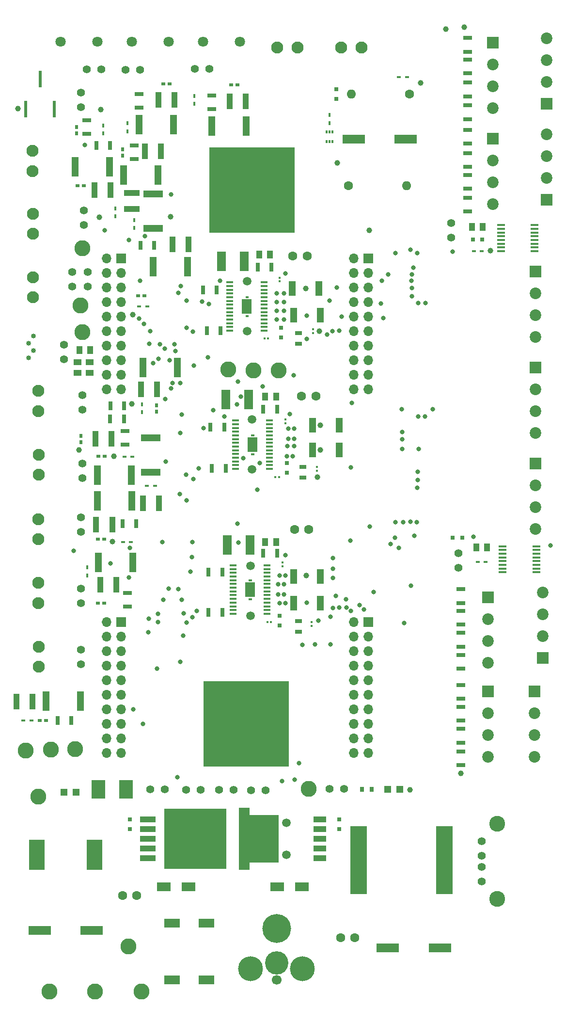
<source format=gbr>
%TF.GenerationSoftware,KiCad,Pcbnew,(6.0.7)*%
%TF.CreationDate,2022-10-28T07:23:18-04:00*%
%TF.ProjectId,Top_Level,546f705f-4c65-4766-956c-2e6b69636164,rev?*%
%TF.SameCoordinates,Original*%
%TF.FileFunction,Soldermask,Top*%
%TF.FilePolarity,Negative*%
%FSLAX46Y46*%
G04 Gerber Fmt 4.6, Leading zero omitted, Abs format (unit mm)*
G04 Created by KiCad (PCBNEW (6.0.7)) date 2022-10-28 07:23:18*
%MOMM*%
%LPD*%
G01*
G04 APERTURE LIST*
%ADD10C,0.100000*%
%ADD11C,2.768600*%
%ADD12C,1.422400*%
%ADD13C,1.400000*%
%ADD14C,2.800000*%
%ADD15C,2.100000*%
%ADD16R,0.750000X0.600000*%
%ADD17R,0.800000X1.600000*%
%ADD18R,1.600000X0.800000*%
%ADD19R,1.000000X1.400000*%
%ADD20R,1.020000X2.720000*%
%ADD21R,1.700000X1.700000*%
%ADD22O,1.700000X1.700000*%
%ADD23R,2.025000X2.025000*%
%ADD24C,2.025000*%
%ADD25C,0.850000*%
%ADD26C,1.600000*%
%ADD27R,0.711200X0.330200*%
%ADD28R,0.800000X0.655600*%
%ADD29R,0.600000X0.750000*%
%ADD30R,15.000000X15.000000*%
%ADD31R,0.750000X0.950000*%
%ADD32R,1.250000X3.350000*%
%ADD33R,1.270000X0.304800*%
%ADD34R,1.750000X2.500000*%
%ADD35R,1.475000X0.450000*%
%ADD36R,1.300000X0.700000*%
%ADD37R,2.450000X1.600000*%
%ADD38R,3.350000X1.250000*%
%ADD39R,0.330200X0.711200*%
%ADD40R,0.655600X0.800000*%
%ADD41R,1.200000X1.200000*%
%ADD42R,2.160000X1.070000*%
%ADD43R,1.910000X10.800000*%
%ADD44R,5.080000X8.330000*%
%ADD45R,1.400000X1.000000*%
%ADD46R,3.911600X1.498600*%
%ADD47R,0.558800X2.971800*%
%ADD48R,1.600000X3.500000*%
%ADD49R,2.971800X11.912600*%
%ADD50R,2.720000X1.020000*%
%ADD51R,1.050000X1.400000*%
%ADD52O,1.600000X1.600000*%
%ADD53R,0.420000X0.460000*%
%ADD54R,2.450000X3.300000*%
%ADD55C,1.800000*%
%ADD56R,2.794000X5.308600*%
%ADD57R,1.193800X2.641600*%
%ADD58R,0.460000X0.420000*%
%ADD59R,2.820000X1.570000*%
%ADD60R,0.300000X0.475000*%
%ADD61R,2.692400X1.016000*%
%ADD62R,10.871200X10.464800*%
%ADD63C,1.700000*%
%ADD64C,5.040000*%
%ADD65C,4.065000*%
%ADD66C,4.335000*%
%ADD67C,0.800000*%
%ADD68C,1.500000*%
%ADD69C,1.000000*%
G04 APERTURE END LIST*
%TO.C,IC1*%
G36*
X96427100Y-70633999D02*
G01*
X95927100Y-70633999D01*
X95927100Y-70353999D01*
X96427100Y-70353999D01*
X96427100Y-70633999D01*
G37*
D10*
X96427100Y-70633999D02*
X95927100Y-70633999D01*
X95927100Y-70353999D01*
X96427100Y-70353999D01*
X96427100Y-70633999D01*
G36*
X96427100Y-67314001D02*
G01*
X95927100Y-67314001D01*
X95927100Y-67034001D01*
X96427100Y-67034001D01*
X96427100Y-67314001D01*
G37*
X96427100Y-67314001D02*
X95927100Y-67314001D01*
X95927100Y-67034001D01*
X96427100Y-67034001D01*
X96427100Y-67314001D01*
%TO.C,IC2*%
G36*
X96958188Y-120064277D02*
G01*
X96458188Y-120064277D01*
X96458188Y-119784277D01*
X96958188Y-119784277D01*
X96958188Y-120064277D01*
G37*
X96958188Y-120064277D02*
X96458188Y-120064277D01*
X96458188Y-119784277D01*
X96958188Y-119784277D01*
X96958188Y-120064277D01*
G36*
X96958188Y-116744279D02*
G01*
X96458188Y-116744279D01*
X96458188Y-116464279D01*
X96958188Y-116464279D01*
X96958188Y-116744279D01*
G37*
X96958188Y-116744279D02*
X96458188Y-116744279D01*
X96458188Y-116464279D01*
X96958188Y-116464279D01*
X96958188Y-116744279D01*
%TO.C,IC3*%
G36*
X97397100Y-94763999D02*
G01*
X96897100Y-94763999D01*
X96897100Y-94483999D01*
X97397100Y-94483999D01*
X97397100Y-94763999D01*
G37*
X97397100Y-94763999D02*
X96897100Y-94763999D01*
X96897100Y-94483999D01*
X97397100Y-94483999D01*
X97397100Y-94763999D01*
G36*
X97397100Y-91444001D02*
G01*
X96897100Y-91444001D01*
X96897100Y-91164001D01*
X97397100Y-91164001D01*
X97397100Y-91444001D01*
G37*
X97397100Y-91444001D02*
X96897100Y-91444001D01*
X96897100Y-91164001D01*
X97397100Y-91164001D01*
X97397100Y-91444001D01*
%TD*%
D11*
%TO.C,J6*%
X139870000Y-159143902D03*
X139870000Y-172283901D03*
D12*
X137160000Y-162213901D03*
X137160000Y-164713901D03*
X137160000Y-166713902D03*
X137160000Y-169213902D03*
%TD*%
D13*
%TO.C,JP2*%
X96923747Y-153313740D03*
X99463747Y-153313740D03*
%TD*%
D14*
%TO.C,TP15*%
X59690000Y-154432000D03*
%TD*%
D15*
%TO.C,J21*%
X59778900Y-94742000D03*
X59778900Y-98242000D03*
%TD*%
D16*
%TO.C,R74*%
X70188900Y-94968000D03*
X71288900Y-94968000D03*
%TD*%
D17*
%TO.C,R14*%
X89465784Y-122240360D03*
X91865784Y-122240360D03*
%TD*%
D15*
%TO.C,J9*%
X59778900Y-128270000D03*
X59778900Y-131770000D03*
%TD*%
D18*
%TO.C,R64*%
X133558312Y-118201967D03*
X133558312Y-120601967D03*
%TD*%
D19*
%TO.C,R52*%
X68820308Y-76410755D03*
X66920308Y-76410755D03*
%TD*%
D20*
%TO.C,C13*%
X77682900Y-83312000D03*
X80482900Y-83312000D03*
%TD*%
D17*
%TO.C,R11*%
X101430000Y-111939000D03*
X99030000Y-111939000D03*
%TD*%
%TO.C,R13*%
X91889465Y-115177249D03*
X89489465Y-115177249D03*
%TD*%
D18*
%TO.C,R45*%
X76478346Y-43078766D03*
X76478346Y-40678766D03*
%TD*%
D13*
%TO.C,JP15*%
X131898544Y-56763766D03*
X131898544Y-54223766D03*
%TD*%
D21*
%TO.C,J4-J1*%
X117348000Y-60452000D03*
D22*
X114808000Y-60452000D03*
X117348000Y-62992000D03*
X114808000Y-62992000D03*
X117348000Y-65532000D03*
X114808000Y-65532000D03*
X117348000Y-68072000D03*
X114808000Y-68072000D03*
X117348000Y-70612000D03*
X114808000Y-70612000D03*
X117348000Y-73152000D03*
X114808000Y-73152000D03*
X117348000Y-75692000D03*
X114808000Y-75692000D03*
X117348000Y-78232000D03*
X114808000Y-78232000D03*
X117348000Y-80772000D03*
X114808000Y-80772000D03*
X117348000Y-83312000D03*
X114808000Y-83312000D03*
%TD*%
D23*
%TO.C,J18*%
X139123314Y-39553592D03*
D24*
X139123314Y-43363592D03*
X139123314Y-47173592D03*
X139123314Y-50983592D03*
%TD*%
D20*
%TO.C,C39*%
X70571576Y-117425979D03*
X73371576Y-117425979D03*
%TD*%
D25*
%TO.C,LED1*%
X58859707Y-73958766D03*
X58059707Y-75228766D03*
X58859707Y-76498766D03*
X58059707Y-77768766D03*
%TD*%
D26*
%TO.C,C28*%
X76942000Y-171704000D03*
X74442000Y-171704000D03*
%TD*%
D27*
%TO.C,U12*%
X77368400Y-68834000D03*
X78765400Y-68834000D03*
%TD*%
D28*
%TO.C,C35*%
X111760000Y-32577800D03*
X111760000Y-30922200D03*
%TD*%
D23*
%TO.C,J4*%
X146620000Y-62756000D03*
D24*
X146620000Y-66566000D03*
X146620000Y-70376000D03*
X146620000Y-74186000D03*
%TD*%
D29*
%TO.C,R17*%
X80352900Y-87164000D03*
X80352900Y-86064000D03*
%TD*%
D13*
%TO.C,JP20*%
X67144900Y-108204000D03*
X67144900Y-105664000D03*
%TD*%
D18*
%TO.C,R67*%
X134707656Y-45847014D03*
X134707656Y-48247014D03*
%TD*%
%TO.C,R63*%
X134707656Y-38014116D03*
X134707656Y-40414116D03*
%TD*%
D19*
%TO.C,R54*%
X136239312Y-110932463D03*
X138139312Y-110932463D03*
%TD*%
D30*
%TO.C,HS1*%
X96012000Y-141732000D03*
%TD*%
D23*
%TO.C,J14*%
X148577850Y-50199353D03*
D24*
X148577850Y-46389353D03*
X148577850Y-42579353D03*
X148577850Y-38769353D03*
%TD*%
D31*
%TO.C,R43*%
X117990859Y-153176318D03*
X116290859Y-153176318D03*
%TD*%
D32*
%TO.C,R25*%
X90052900Y-37338000D03*
X96052900Y-37338000D03*
%TD*%
D33*
%TO.C,IC1*%
X99148900Y-73059074D03*
X99148900Y-72409063D03*
X99148900Y-71759051D03*
X99148900Y-71109040D03*
X99148900Y-70459028D03*
X99148900Y-69809017D03*
X99148900Y-69159006D03*
X99148900Y-68508994D03*
X99148900Y-67858983D03*
X99148900Y-67208972D03*
X99148900Y-66558960D03*
X99148900Y-65908949D03*
X99148900Y-65258937D03*
X99148900Y-64608926D03*
X93205300Y-64608926D03*
X93205300Y-65258937D03*
X93205300Y-65908949D03*
X93205300Y-66558960D03*
X93205300Y-67208972D03*
X93205300Y-67858983D03*
X93205300Y-68508994D03*
X93205300Y-69159006D03*
X93205300Y-69809017D03*
X93205300Y-70459028D03*
X93205300Y-71109040D03*
X93205300Y-71759051D03*
X93205300Y-72409063D03*
X93205300Y-73059074D03*
D34*
X96177100Y-68834000D03*
%TD*%
D20*
%TO.C,C16*%
X80813035Y-103178153D03*
X78013035Y-103178153D03*
%TD*%
%TO.C,C31*%
X78323009Y-41743964D03*
X81123009Y-41743964D03*
%TD*%
D23*
%TO.C,J16*%
X139123314Y-22776353D03*
D24*
X139123314Y-26586353D03*
X139123314Y-30396353D03*
X139123314Y-34206353D03*
%TD*%
D20*
%TO.C,C15*%
X93176900Y-33020000D03*
X95976900Y-33020000D03*
%TD*%
D35*
%TO.C,IC5*%
X140545591Y-54609779D03*
X140545591Y-55259779D03*
X140545591Y-55909779D03*
X140545591Y-56559779D03*
X140545591Y-57209779D03*
X140545591Y-57859779D03*
X140545591Y-58509779D03*
X140545591Y-59159779D03*
X146421591Y-59159779D03*
X146421591Y-58509779D03*
X146421591Y-57859779D03*
X146421591Y-57209779D03*
X146421591Y-56559779D03*
X146421591Y-55909779D03*
X146421591Y-55259779D03*
X146421591Y-54609779D03*
%TD*%
D36*
%TO.C,R35*%
X105918000Y-96840000D03*
X105918000Y-98740000D03*
%TD*%
D18*
%TO.C,R24*%
X90079900Y-34374000D03*
X90079900Y-31974000D03*
%TD*%
D37*
%TO.C,D3*%
X81670000Y-170180000D03*
X85970000Y-170180000D03*
%TD*%
D14*
%TO.C,TP7*%
X92885192Y-79831833D03*
%TD*%
D13*
%TO.C,JP10*%
X81849000Y-153162000D03*
X79309000Y-153162000D03*
%TD*%
%TO.C,JP13*%
X68390416Y-62772111D03*
X68390416Y-65312111D03*
%TD*%
D20*
%TO.C,C14*%
X80730900Y-32766000D03*
X83530900Y-32766000D03*
%TD*%
D17*
%TO.C,R6*%
X90881951Y-65942948D03*
X88481951Y-65942948D03*
%TD*%
D38*
%TO.C,R31*%
X79816610Y-49193574D03*
X79816610Y-55193574D03*
%TD*%
D32*
%TO.C,R79*%
X76240900Y-113518000D03*
X70240900Y-113518000D03*
%TD*%
D39*
%TO.C,U11*%
X73197457Y-51681684D03*
X73197457Y-53078684D03*
%TD*%
D40*
%TO.C,C34*%
X137320642Y-57116010D03*
X135665042Y-57116010D03*
%TD*%
D33*
%TO.C,IC2*%
X99679988Y-122489352D03*
X99679988Y-121839341D03*
X99679988Y-121189329D03*
X99679988Y-120539318D03*
X99679988Y-119889306D03*
X99679988Y-119239295D03*
X99679988Y-118589284D03*
X99679988Y-117939272D03*
X99679988Y-117289261D03*
X99679988Y-116639250D03*
X99679988Y-115989238D03*
X99679988Y-115339227D03*
X99679988Y-114689215D03*
X99679988Y-114039204D03*
X93736388Y-114039204D03*
X93736388Y-114689215D03*
X93736388Y-115339227D03*
X93736388Y-115989238D03*
X93736388Y-116639250D03*
X93736388Y-117289261D03*
X93736388Y-117939272D03*
X93736388Y-118589284D03*
X93736388Y-119239295D03*
X93736388Y-119889306D03*
X93736388Y-120539318D03*
X93736388Y-121189329D03*
X93736388Y-121839341D03*
X93736388Y-122489352D03*
D34*
X96708188Y-118264278D03*
%TD*%
D17*
%TO.C,R81*%
X74426900Y-106762000D03*
X76826900Y-106762000D03*
%TD*%
D18*
%TO.C,R75*%
X74885481Y-92937909D03*
X74885481Y-90537909D03*
%TD*%
D13*
%TO.C,JP8*%
X67189927Y-128803395D03*
X67189927Y-131343395D03*
%TD*%
D38*
%TO.C,R28*%
X79336900Y-91742000D03*
X79336900Y-97742000D03*
%TD*%
D29*
%TO.C,R26*%
X67201688Y-92566880D03*
X67201688Y-91466880D03*
%TD*%
D41*
%TO.C,D1*%
X66347913Y-153654060D03*
X64247913Y-153654060D03*
%TD*%
D23*
%TO.C,J19*%
X138267312Y-119586463D03*
D24*
X138267312Y-123396463D03*
X138267312Y-127206463D03*
X138267312Y-131016463D03*
%TD*%
D21*
%TO.C,J8-J1*%
X117348000Y-123952000D03*
D22*
X114808000Y-123952000D03*
X117348000Y-126492000D03*
X114808000Y-126492000D03*
X117348000Y-129032000D03*
X114808000Y-129032000D03*
X117348000Y-131572000D03*
X114808000Y-131572000D03*
X117348000Y-134112000D03*
X114808000Y-134112000D03*
X117348000Y-136652000D03*
X114808000Y-136652000D03*
X117348000Y-139192000D03*
X114808000Y-139192000D03*
X117348000Y-141732000D03*
X114808000Y-141732000D03*
X117348000Y-144272000D03*
X114808000Y-144272000D03*
X117348000Y-146812000D03*
X114808000Y-146812000D03*
%TD*%
D13*
%TO.C,JP18*%
X67436900Y-98758000D03*
X67436900Y-96218000D03*
%TD*%
D16*
%TO.C,R71*%
X66594900Y-47752000D03*
X67694900Y-47752000D03*
%TD*%
D42*
%TO.C,IC4*%
X108907000Y-165198000D03*
X108907000Y-163498000D03*
X108907000Y-161798000D03*
X108907000Y-160098000D03*
X108907000Y-158398000D03*
D43*
X95692000Y-161798000D03*
D44*
X99187000Y-161798000D03*
%TD*%
D15*
%TO.C,J23*%
X59740900Y-105966000D03*
X59740900Y-109466000D03*
%TD*%
D13*
%TO.C,JP11*%
X110629700Y-153085800D03*
X113169700Y-153085800D03*
%TD*%
D17*
%TO.C,R72*%
X69854900Y-40715000D03*
X72254900Y-40715000D03*
%TD*%
D20*
%TO.C,C37*%
X72354900Y-48514000D03*
X69554900Y-48514000D03*
%TD*%
D45*
%TO.C,R50*%
X68725577Y-78539830D03*
X68725577Y-80439830D03*
%TD*%
D46*
%TO.C,C30*%
X129889250Y-180848000D03*
X120796050Y-180848000D03*
%TD*%
D17*
%TO.C,R48*%
X79994401Y-58146173D03*
X77594401Y-58146173D03*
%TD*%
D14*
%TO.C,TP6*%
X66179750Y-146160055D03*
%TD*%
%TO.C,TP2*%
X67470056Y-73274008D03*
%TD*%
%TO.C,TP4*%
X57561018Y-146336904D03*
%TD*%
D20*
%TO.C,C32*%
X85981308Y-57983266D03*
X83181308Y-57983266D03*
%TD*%
D32*
%TO.C,R19*%
X83991906Y-79519418D03*
X77991906Y-79519418D03*
%TD*%
D27*
%TO.C,U13*%
X136490812Y-113472463D03*
X137887812Y-113472463D03*
%TD*%
D14*
%TO.C,TP14*%
X106972838Y-153054887D03*
%TD*%
D16*
%TO.C,R32*%
X59983966Y-141125164D03*
X61083966Y-141125164D03*
%TD*%
D39*
%TO.C,U17*%
X68292240Y-115795359D03*
X68292240Y-114398359D03*
%TD*%
D47*
%TO.C,U7*%
X57532900Y-34366200D03*
X60032900Y-29133800D03*
X62532900Y-34366200D03*
%TD*%
D18*
%TO.C,R57*%
X134707656Y-25731353D03*
X134707656Y-28131353D03*
%TD*%
D39*
%TO.C,U4*%
X75309315Y-36829312D03*
X75309315Y-38226312D03*
%TD*%
D23*
%TO.C,J3*%
X146620000Y-79520000D03*
D24*
X146620000Y-83330000D03*
X146620000Y-87140000D03*
X146620000Y-90950000D03*
%TD*%
D48*
%TO.C,C2*%
X95726000Y-60960000D03*
X91726000Y-60960000D03*
%TD*%
D17*
%TO.C,R18*%
X74723050Y-86141633D03*
X72323050Y-86141633D03*
%TD*%
D28*
%TO.C,C23*%
X103124000Y-97855800D03*
X103124000Y-96200200D03*
%TD*%
D18*
%TO.C,R70*%
X133558312Y-129656611D03*
X133558312Y-132056611D03*
%TD*%
D49*
%TO.C,L2*%
X130721100Y-165481000D03*
X115684300Y-165481000D03*
%TD*%
D28*
%TO.C,C26*%
X112268000Y-160085800D03*
X112268000Y-158430200D03*
%TD*%
D50*
%TO.C,C17*%
X76109013Y-51799661D03*
X76109013Y-48999661D03*
%TD*%
D51*
%TO.C,R12*%
X99380000Y-109982000D03*
X101280000Y-109982000D03*
%TD*%
D21*
%TO.C,J1-J1*%
X74168000Y-60452000D03*
D22*
X71628000Y-60452000D03*
X74168000Y-62992000D03*
X71628000Y-62992000D03*
X74168000Y-65532000D03*
X71628000Y-65532000D03*
X74168000Y-68072000D03*
X71628000Y-68072000D03*
X74168000Y-70612000D03*
X71628000Y-70612000D03*
X74168000Y-73152000D03*
X71628000Y-73152000D03*
X74168000Y-75692000D03*
X71628000Y-75692000D03*
X74168000Y-78232000D03*
X71628000Y-78232000D03*
X74168000Y-80772000D03*
X71628000Y-80772000D03*
X74168000Y-83312000D03*
X71628000Y-83312000D03*
%TD*%
D16*
%TO.C,R23*%
X93436127Y-30087654D03*
X94536127Y-30087654D03*
%TD*%
D32*
%TO.C,R73*%
X66176900Y-44450000D03*
X72176900Y-44450000D03*
%TD*%
%TO.C,R34*%
X61114324Y-137735271D03*
X67114324Y-137735271D03*
%TD*%
D26*
%TO.C,C19*%
X105708729Y-84511297D03*
X108208729Y-84511297D03*
%TD*%
D28*
%TO.C,C5*%
X102108000Y-74233800D03*
X102108000Y-72578200D03*
%TD*%
D26*
%TO.C,R16*%
X113877683Y-47746872D03*
D52*
X124037683Y-47746872D03*
%TD*%
D18*
%TO.C,R30*%
X68160785Y-38672064D03*
X68160785Y-36272064D03*
%TD*%
D27*
%TO.C,U16*%
X74770443Y-95095281D03*
X76167443Y-95095281D03*
%TD*%
D16*
%TO.C,R77*%
X71250900Y-120630000D03*
X70150900Y-120630000D03*
%TD*%
D53*
%TO.C,C21*%
X108441917Y-96832758D03*
X108441917Y-97492758D03*
%TD*%
D13*
%TO.C,JP12*%
X68180900Y-27432000D03*
X70720900Y-27432000D03*
%TD*%
D17*
%TO.C,R41*%
X90065333Y-97062102D03*
X92465333Y-97062102D03*
%TD*%
D54*
%TO.C,R42*%
X75094000Y-153162000D03*
X70194000Y-153162000D03*
%TD*%
D17*
%TO.C,R33*%
X63077724Y-141114670D03*
X65477724Y-141114670D03*
%TD*%
D55*
%TO.C,S2*%
X88524900Y-22606000D03*
X94924900Y-22606000D03*
%TD*%
D15*
%TO.C,J2*%
X104990900Y-23622000D03*
X101490900Y-23622000D03*
%TD*%
D32*
%TO.C,R49*%
X79788823Y-61845598D03*
X85788823Y-61845598D03*
%TD*%
D28*
%TO.C,C25*%
X75692000Y-158430200D03*
X75692000Y-160085800D03*
%TD*%
D55*
%TO.C,S1*%
X76078900Y-22606000D03*
X82478900Y-22606000D03*
%TD*%
D56*
%TO.C,L1*%
X59474100Y-164592000D03*
X69557900Y-164592000D03*
%TD*%
D40*
%TO.C,C33*%
X132153900Y-109220000D03*
X133809500Y-109220000D03*
%TD*%
D23*
%TO.C,J12*%
X148577850Y-33426353D03*
D24*
X148577850Y-29616353D03*
X148577850Y-25806353D03*
X148577850Y-21996353D03*
%TD*%
D57*
%TO.C,R9*%
X109016800Y-120650000D03*
X104343200Y-120650000D03*
%TD*%
D13*
%TO.C,JP4*%
X74930743Y-27466718D03*
X77470743Y-27466718D03*
%TD*%
D51*
%TO.C,R5*%
X98320038Y-59787423D03*
X100220038Y-59787423D03*
%TD*%
D57*
%TO.C,R3*%
X108731106Y-65702162D03*
X104057506Y-65702162D03*
%TD*%
D13*
%TO.C,JP16*%
X133125312Y-114468463D03*
X133125312Y-111928463D03*
%TD*%
%TO.C,JP5*%
X87112783Y-27344770D03*
X89652783Y-27344770D03*
%TD*%
%TO.C,JP14*%
X64230863Y-75482696D03*
X64230863Y-78022696D03*
%TD*%
D45*
%TO.C,R51*%
X66596502Y-80458027D03*
X66596502Y-78558027D03*
%TD*%
D23*
%TO.C,J17*%
X138267312Y-136087463D03*
D24*
X138267312Y-139897463D03*
X138267312Y-143707463D03*
X138267312Y-147517463D03*
%TD*%
D27*
%TO.C,U14*%
X137221667Y-59185967D03*
X135824667Y-59185967D03*
%TD*%
D26*
%TO.C,C1*%
X104211945Y-59974649D03*
X106711945Y-59974649D03*
%TD*%
D14*
%TO.C,TP3*%
X67101563Y-68667836D03*
%TD*%
D26*
%TO.C,C27*%
X112542000Y-179070000D03*
X115042000Y-179070000D03*
%TD*%
D36*
%TO.C,R1*%
X105156000Y-73472000D03*
X105156000Y-75372000D03*
%TD*%
D13*
%TO.C,JP9*%
X88133557Y-153248813D03*
X85593557Y-153248813D03*
%TD*%
D14*
%TO.C,TP10*%
X77724000Y-188468000D03*
%TD*%
D27*
%TO.C,U1*%
X124138842Y-28745154D03*
X122741842Y-28745154D03*
%TD*%
D18*
%TO.C,R69*%
X134707656Y-49840389D03*
X134707656Y-52240389D03*
%TD*%
D17*
%TO.C,R38*%
X101430000Y-86793000D03*
X99030000Y-86793000D03*
%TD*%
D53*
%TO.C,C10*%
X102362000Y-113538000D03*
X102362000Y-114198000D03*
%TD*%
D14*
%TO.C,TP9*%
X97291982Y-79969799D03*
%TD*%
D17*
%TO.C,R4*%
X100470286Y-61931880D03*
X98070286Y-61931880D03*
%TD*%
D53*
%TO.C,C3*%
X107696000Y-73482000D03*
X107696000Y-72822000D03*
%TD*%
D32*
%TO.C,R82*%
X70056588Y-102737198D03*
X76056588Y-102737198D03*
%TD*%
D39*
%TO.C,U8*%
X76509352Y-53722747D03*
X76509352Y-55119747D03*
%TD*%
D13*
%TO.C,JP7*%
X67144900Y-31496000D03*
X67144900Y-34036000D03*
%TD*%
D39*
%TO.C,U2*%
X110629680Y-35379720D03*
X110629680Y-36776720D03*
%TD*%
D46*
%TO.C,C29*%
X59969400Y-177800000D03*
X69062600Y-177800000D03*
%TD*%
D15*
%TO.C,J7*%
X58749037Y-41665081D03*
X58749037Y-45165081D03*
%TD*%
D16*
%TO.C,R20*%
X81568999Y-29949960D03*
X82668999Y-29949960D03*
%TD*%
D14*
%TO.C,TP12*%
X69596000Y-188468000D03*
%TD*%
D18*
%TO.C,R61*%
X134707656Y-33707504D03*
X134707656Y-36107504D03*
%TD*%
D17*
%TO.C,R7*%
X89187725Y-73011833D03*
X91587725Y-73011833D03*
%TD*%
D53*
%TO.C,C22*%
X102870000Y-88570000D03*
X102870000Y-89230000D03*
%TD*%
D32*
%TO.C,R46*%
X80619383Y-45911070D03*
X74619383Y-45911070D03*
%TD*%
D57*
%TO.C,R37*%
X112310789Y-89567315D03*
X107637189Y-89567315D03*
%TD*%
D14*
%TO.C,TP11*%
X61666735Y-188468000D03*
%TD*%
D13*
%TO.C,JP1*%
X93845170Y-153269265D03*
X91305170Y-153269265D03*
%TD*%
D20*
%TO.C,C38*%
X69716900Y-91920000D03*
X72516900Y-91920000D03*
%TD*%
D57*
%TO.C,R10*%
X109032121Y-115997339D03*
X104358521Y-115997339D03*
%TD*%
D32*
%TO.C,R22*%
X77352900Y-37084000D03*
X83352900Y-37084000D03*
%TD*%
D14*
%TO.C,TP8*%
X101710351Y-79966618D03*
%TD*%
D48*
%TO.C,C8*%
X96742000Y-110490000D03*
X92742000Y-110490000D03*
%TD*%
D46*
%TO.C,C36*%
X114833400Y-39624000D03*
X123926600Y-39624000D03*
%TD*%
D41*
%TO.C,D2*%
X120806500Y-153187400D03*
X122906500Y-153187400D03*
%TD*%
D13*
%TO.C,JP6*%
X67398900Y-84348000D03*
X67398900Y-86888000D03*
%TD*%
D26*
%TO.C,R15*%
X124585805Y-31750000D03*
D52*
X114425805Y-31750000D03*
%TD*%
D14*
%TO.C,TP5*%
X61916252Y-146192586D03*
%TD*%
D26*
%TO.C,C7*%
X104501960Y-107772156D03*
X107001960Y-107772156D03*
%TD*%
D35*
%TO.C,IC6*%
X140855312Y-110689463D03*
X140855312Y-111339463D03*
X140855312Y-111989463D03*
X140855312Y-112639463D03*
X140855312Y-113289463D03*
X140855312Y-113939463D03*
X140855312Y-114589463D03*
X140855312Y-115239463D03*
X146731312Y-115239463D03*
X146731312Y-114589463D03*
X146731312Y-113939463D03*
X146731312Y-113289463D03*
X146731312Y-112639463D03*
X146731312Y-111989463D03*
X146731312Y-111339463D03*
X146731312Y-110689463D03*
%TD*%
D48*
%TO.C,C20*%
X96488000Y-85090000D03*
X92488000Y-85090000D03*
%TD*%
D13*
%TO.C,JP3*%
X65697227Y-62772111D03*
X65697227Y-65312111D03*
%TD*%
D18*
%TO.C,R66*%
X133558312Y-121986361D03*
X133558312Y-124386361D03*
%TD*%
D16*
%TO.C,R80*%
X70150900Y-109494000D03*
X71250900Y-109494000D03*
%TD*%
D18*
%TO.C,R78*%
X75347900Y-121222000D03*
X75347900Y-118822000D03*
%TD*%
D58*
%TO.C,C12*%
X100406000Y-123952000D03*
X99746000Y-123952000D03*
%TD*%
D37*
%TO.C,D4*%
X105782000Y-170180000D03*
X101482000Y-170180000D03*
%TD*%
D20*
%TO.C,C18*%
X55906171Y-137796058D03*
X58706171Y-137796058D03*
%TD*%
D18*
%TO.C,R58*%
X133558312Y-138721423D03*
X133558312Y-141121423D03*
%TD*%
D36*
%TO.C,R8*%
X105156000Y-123764000D03*
X105156000Y-125664000D03*
%TD*%
D15*
%TO.C,J1*%
X116166900Y-23584000D03*
X112666900Y-23584000D03*
%TD*%
D39*
%TO.C,U5*%
X86956900Y-32067500D03*
X86956900Y-33464500D03*
%TD*%
D59*
%TO.C,F1*%
X89149300Y-186443000D03*
X89149300Y-176523000D03*
X83089300Y-176523000D03*
X83089300Y-186443000D03*
%TD*%
D18*
%TO.C,R60*%
X133558312Y-142607520D03*
X133558312Y-145007520D03*
%TD*%
%TO.C,R68*%
X133558312Y-125834463D03*
X133558312Y-128234463D03*
%TD*%
D57*
%TO.C,R2*%
X109016800Y-70358000D03*
X104343200Y-70358000D03*
%TD*%
D14*
%TO.C,TP1*%
X67430742Y-58689588D03*
%TD*%
D60*
%TO.C,IC7*%
X110129680Y-40032357D03*
X110629680Y-40032357D03*
X111129680Y-40032357D03*
X111129680Y-38356357D03*
X110629680Y-38356357D03*
X110129680Y-38356357D03*
%TD*%
D33*
%TO.C,IC3*%
X100118900Y-97189074D03*
X100118900Y-96539063D03*
X100118900Y-95889051D03*
X100118900Y-95239040D03*
X100118900Y-94589028D03*
X100118900Y-93939017D03*
X100118900Y-93289006D03*
X100118900Y-92638994D03*
X100118900Y-91988983D03*
X100118900Y-91338972D03*
X100118900Y-90688960D03*
X100118900Y-90038949D03*
X100118900Y-89388937D03*
X100118900Y-88738926D03*
X94175300Y-88738926D03*
X94175300Y-89388937D03*
X94175300Y-90038949D03*
X94175300Y-90688960D03*
X94175300Y-91338972D03*
X94175300Y-91988983D03*
X94175300Y-92638994D03*
X94175300Y-93289006D03*
X94175300Y-93939017D03*
X94175300Y-94589028D03*
X94175300Y-95239040D03*
X94175300Y-95889051D03*
X94175300Y-96539063D03*
X94175300Y-97189074D03*
D34*
X97147100Y-92964000D03*
%TD*%
D15*
%TO.C,J22*%
X59740900Y-117122000D03*
X59740900Y-120622000D03*
%TD*%
D27*
%TO.C,U9*%
X57133140Y-141108954D03*
X58530140Y-141108954D03*
%TD*%
D16*
%TO.C,R47*%
X77211393Y-66954381D03*
X78311393Y-66954381D03*
%TD*%
D15*
%TO.C,J11*%
X58792955Y-63745662D03*
X58792955Y-67245662D03*
%TD*%
D18*
%TO.C,R55*%
X134707656Y-21947741D03*
X134707656Y-24347741D03*
%TD*%
D20*
%TO.C,C40*%
X69846900Y-106954000D03*
X72646900Y-106954000D03*
%TD*%
D53*
%TO.C,C4*%
X101930418Y-63798860D03*
X101930418Y-64458860D03*
%TD*%
D27*
%TO.C,U18*%
X74524502Y-109929138D03*
X75921502Y-109929138D03*
%TD*%
D23*
%TO.C,J5*%
X146620000Y-96275000D03*
D24*
X146620000Y-100085000D03*
X146620000Y-103895000D03*
X146620000Y-107705000D03*
%TD*%
D18*
%TO.C,R62*%
X133558312Y-146538677D03*
X133558312Y-148938677D03*
%TD*%
D55*
%TO.C,S3*%
X63632900Y-22606000D03*
X70032900Y-22606000D03*
%TD*%
D61*
%TO.C,U10*%
X78841600Y-158394400D03*
X78841600Y-160096200D03*
X78841600Y-161798000D03*
X78841600Y-163499800D03*
X78841600Y-165201600D03*
D62*
X87122000Y-161798000D03*
%TD*%
D27*
%TO.C,U6*%
X78714535Y-100161095D03*
X80111535Y-100161095D03*
%TD*%
D18*
%TO.C,R56*%
X133558312Y-134942822D03*
X133558312Y-137342822D03*
%TD*%
D58*
%TO.C,C6*%
X99898000Y-74422000D03*
X99238000Y-74422000D03*
%TD*%
D23*
%TO.C,J15*%
X147857312Y-130236463D03*
D24*
X147857312Y-126426463D03*
X147857312Y-122616463D03*
X147857312Y-118806463D03*
%TD*%
D18*
%TO.C,R21*%
X77379900Y-34120000D03*
X77379900Y-31720000D03*
%TD*%
D53*
%TO.C,C9*%
X107464677Y-123949448D03*
X107464677Y-124609448D03*
%TD*%
D28*
%TO.C,C11*%
X101933762Y-124525046D03*
X101933762Y-122869446D03*
%TD*%
D13*
%TO.C,JP19*%
X67144900Y-120630000D03*
X67144900Y-118090000D03*
%TD*%
D15*
%TO.C,J20*%
X58832411Y-52643956D03*
X58832411Y-56143956D03*
%TD*%
D17*
%TO.C,R40*%
X92209225Y-89873177D03*
X89809225Y-89873177D03*
%TD*%
D19*
%TO.C,R53*%
X135471576Y-54940166D03*
X137371576Y-54940166D03*
%TD*%
D51*
%TO.C,R39*%
X99380000Y-84582000D03*
X101280000Y-84582000D03*
%TD*%
D18*
%TO.C,R59*%
X134707656Y-29733825D03*
X134707656Y-32133825D03*
%TD*%
D32*
%TO.C,R76*%
X70024900Y-98270000D03*
X76024900Y-98270000D03*
%TD*%
D39*
%TO.C,U3*%
X77812900Y-87312500D03*
X77812900Y-85915500D03*
%TD*%
%TO.C,U15*%
X71099975Y-37229397D03*
X71099975Y-38626397D03*
%TD*%
D58*
%TO.C,C24*%
X101796773Y-98641801D03*
X101136773Y-98641801D03*
%TD*%
D15*
%TO.C,J8*%
X59740900Y-83594000D03*
X59740900Y-87094000D03*
%TD*%
D29*
%TO.C,R29*%
X66450924Y-37480739D03*
X66450924Y-38580739D03*
%TD*%
%TO.C,R44*%
X74453066Y-41375937D03*
X74453066Y-42475937D03*
%TD*%
D57*
%TO.C,R36*%
X112320983Y-93862754D03*
X107647383Y-93862754D03*
%TD*%
D13*
%TO.C,JP17*%
X67652900Y-54610000D03*
X67652900Y-52070000D03*
%TD*%
D21*
%TO.C,J5-J1*%
X74168000Y-123952000D03*
D22*
X71628000Y-123952000D03*
X74168000Y-126492000D03*
X71628000Y-126492000D03*
X74168000Y-129032000D03*
X71628000Y-129032000D03*
X74168000Y-131572000D03*
X71628000Y-131572000D03*
X74168000Y-134112000D03*
X71628000Y-134112000D03*
X74168000Y-136652000D03*
X71628000Y-136652000D03*
X74168000Y-139192000D03*
X71628000Y-139192000D03*
X74168000Y-141732000D03*
X71628000Y-141732000D03*
X74168000Y-144272000D03*
X71628000Y-144272000D03*
X74168000Y-146812000D03*
X71628000Y-146812000D03*
%TD*%
D17*
%TO.C,R27*%
X74676555Y-88464453D03*
X72276555Y-88464453D03*
%TD*%
D30*
%TO.C,HS2*%
X97028000Y-48514000D03*
%TD*%
D18*
%TO.C,R65*%
X134707656Y-42057813D03*
X134707656Y-44457813D03*
%TD*%
D23*
%TO.C,J13*%
X146457312Y-136087463D03*
D24*
X146457312Y-139897463D03*
X146457312Y-143707463D03*
X146457312Y-147517463D03*
%TD*%
D63*
%TO.C,J10*%
X101346000Y-186464000D03*
D64*
X101346000Y-177464000D03*
D65*
X101346000Y-183464000D03*
D66*
X105846000Y-184464000D03*
X96846000Y-184464000D03*
%TD*%
D14*
%TO.C,TP13*%
X75438000Y-180594000D03*
%TD*%
D67*
X106632036Y-70452684D03*
X102900356Y-63041677D03*
D68*
X97028000Y-54533800D03*
D67*
X102890582Y-112260489D03*
D69*
X76213898Y-70274726D03*
D68*
X96164400Y-141630400D03*
X94157800Y-45974000D03*
D69*
X106424192Y-65698922D03*
X126491053Y-29787839D03*
D68*
X96797088Y-118186200D03*
X103022400Y-54533800D03*
X97053400Y-88569800D03*
X96164400Y-147294600D03*
X102158800Y-147294600D03*
X102158800Y-141630400D03*
D67*
X103632000Y-87630000D03*
D69*
X72955760Y-94940905D03*
D68*
X90068400Y-158953200D03*
X102158800Y-135991600D03*
X100152200Y-51638200D03*
D69*
X70643201Y-34441218D03*
X138710635Y-59068204D03*
D68*
X90246200Y-141630400D03*
D69*
X109018038Y-93910143D03*
D68*
X90246200Y-135991600D03*
X96164400Y-135991600D03*
X103022400Y-48869600D03*
X90068400Y-164592000D03*
X96215200Y-73126600D03*
D69*
X134137740Y-20023225D03*
X117531307Y-55559161D03*
D68*
X84150200Y-158953200D03*
X100228400Y-161696400D03*
X93294200Y-144399000D03*
X100152200Y-46024800D03*
X84150200Y-164592000D03*
D69*
X108473893Y-98647865D03*
D68*
X96797088Y-114147600D03*
X91109800Y-48869600D03*
X96215200Y-68935600D03*
D69*
X66860462Y-93865264D03*
X106565091Y-115839769D03*
D68*
X94157800Y-51638200D03*
X97053400Y-93065600D03*
X103098600Y-158953200D03*
X103022400Y-43230800D03*
D69*
X56181741Y-34257411D03*
D68*
X96797088Y-122834400D03*
X97053400Y-97256600D03*
X97028000Y-48869600D03*
X99288600Y-138785600D03*
D69*
X70400808Y-53252460D03*
D67*
X106634036Y-120551006D03*
D69*
X109028144Y-89551693D03*
D68*
X96215200Y-64439800D03*
D69*
X111968669Y-43734086D03*
D68*
X97028000Y-43230800D03*
X97180400Y-158953200D03*
D69*
X72716412Y-109886897D03*
D67*
X108672075Y-123706558D03*
D68*
X87198200Y-161696400D03*
D69*
X82833727Y-53178653D03*
D68*
X93294200Y-138734800D03*
D69*
X133586042Y-150332084D03*
D68*
X91109800Y-43230800D03*
D69*
X108857605Y-73134486D03*
X130903309Y-20411607D03*
X124647285Y-153222742D03*
D68*
X99288600Y-144399000D03*
D69*
X76033018Y-85811085D03*
D68*
X103098600Y-164592000D03*
X97180400Y-164592000D03*
X91109800Y-54533800D03*
X90246200Y-147294600D03*
D67*
X85662432Y-67834468D03*
X85640540Y-72526942D03*
X87415831Y-122009477D03*
X86339796Y-115105295D03*
X105261741Y-148600368D03*
X102289449Y-151679908D03*
X84565531Y-82189225D03*
X81927513Y-85019098D03*
X149182408Y-110523557D03*
X132080000Y-59220204D03*
X135788517Y-109034667D03*
X85567121Y-98201017D03*
X84235687Y-66455687D03*
X116601393Y-121717184D03*
X114346567Y-122003512D03*
X78228384Y-71908740D03*
X78018252Y-141732000D03*
X113547236Y-121383136D03*
X115876893Y-120992684D03*
X84640716Y-65229942D03*
X86847988Y-98925517D03*
X101346000Y-71120000D03*
X120053306Y-70864191D03*
X125009581Y-67059050D03*
X102616000Y-71120000D03*
X119578125Y-68292216D03*
X124989693Y-65608324D03*
X101346000Y-69596000D03*
X102616000Y-69596000D03*
X120862703Y-63236198D03*
X101346000Y-68072000D03*
X102616000Y-68072000D03*
X124978721Y-63237086D03*
X102616000Y-66548000D03*
X119763711Y-64310057D03*
X101346000Y-66548000D03*
X124939952Y-64324269D03*
X83482162Y-75384612D03*
X86763514Y-73256486D03*
X79105633Y-75304672D03*
X84825153Y-87663595D03*
X91514297Y-64366904D03*
X94565503Y-106734681D03*
X85636078Y-102681194D03*
X84543921Y-90877478D03*
X92279369Y-88036648D03*
X94688071Y-110013395D03*
X90264883Y-86909495D03*
X110608864Y-67837700D03*
X110229332Y-73710053D03*
X79248000Y-73152000D03*
X82641552Y-78216500D03*
X83665340Y-76592388D03*
X77479929Y-64347658D03*
X88313910Y-67933472D03*
X71336616Y-55492769D03*
X89558272Y-68434506D03*
X111903891Y-65522297D03*
X111106582Y-73148384D03*
X101854000Y-120650000D03*
X125880186Y-106525127D03*
X123624381Y-124066757D03*
X110803488Y-123033332D03*
X125447413Y-108904039D03*
X102870000Y-120612500D03*
X111245686Y-116211835D03*
X102616000Y-119126000D03*
X101600000Y-119126000D03*
X126033645Y-99140529D03*
X111199722Y-114633762D03*
X102616000Y-117348000D03*
X101600000Y-117348000D03*
X126033645Y-97717841D03*
X101854000Y-115824000D03*
X125979959Y-100509531D03*
X114254036Y-109691652D03*
X117633395Y-107254541D03*
X111207383Y-112787570D03*
X102870000Y-115824000D03*
X85620657Y-123994718D03*
X80658470Y-123970857D03*
X84198182Y-118151638D03*
X82537492Y-118133283D03*
X79053329Y-123346184D03*
X86657103Y-123053378D03*
X126165385Y-93734850D03*
X103124000Y-94996000D03*
X104140000Y-94996000D03*
X123272892Y-93728189D03*
X127255808Y-88022749D03*
X123355365Y-92029779D03*
X104427783Y-93203725D03*
X103265990Y-93235701D03*
X103378000Y-91948000D03*
X126086594Y-88050729D03*
X123319837Y-90715211D03*
X104394000Y-91948000D03*
X128608882Y-86743711D03*
X123262990Y-86743711D03*
X103378000Y-90170000D03*
X104394000Y-90170000D03*
X94417497Y-85922503D03*
X104345753Y-80864312D03*
X95088498Y-84547453D03*
X94591540Y-81905621D03*
X112725747Y-70612000D03*
X86869525Y-79169585D03*
X112326214Y-73078163D03*
X89329585Y-77730667D03*
X95571541Y-95323312D03*
X98916108Y-82764792D03*
X114328161Y-96965756D03*
X114472053Y-85706217D03*
X67883809Y-40644463D03*
X82953535Y-49228076D03*
X98432505Y-96144195D03*
X84038854Y-151020044D03*
X97987523Y-100856100D03*
X86607251Y-112612564D03*
X88562162Y-90049045D03*
X87794739Y-97099747D03*
X104503544Y-151442810D03*
X106664012Y-74509453D03*
X124722913Y-106445509D03*
X125948972Y-59466852D03*
X122685333Y-110948792D03*
X127377716Y-68190566D03*
X123500720Y-106466826D03*
X126136648Y-68244526D03*
X121292702Y-110274969D03*
X124727437Y-58880796D03*
X122093118Y-59483443D03*
X122045367Y-109220000D03*
X122095577Y-106525127D03*
X125231603Y-62018348D03*
X77367123Y-70960120D03*
X76355882Y-139184387D03*
X124814100Y-117565507D03*
X118333278Y-118668626D03*
X86664222Y-109989504D03*
X113524530Y-119925500D03*
X65945905Y-111468186D03*
X81401611Y-109934663D03*
X112307639Y-121418927D03*
X75712183Y-111012367D03*
X84428659Y-101556637D03*
X82006594Y-95899624D03*
X111743634Y-119363634D03*
X111171744Y-121450674D03*
X105852660Y-127908303D03*
X85039119Y-126297438D03*
X110816695Y-127816376D03*
X78958538Y-125715156D03*
X72316687Y-113709450D03*
X108058898Y-127839358D03*
X75573659Y-116161126D03*
X78382360Y-56575477D03*
X75528504Y-57222990D03*
X82969998Y-83160439D03*
X79835751Y-78763407D03*
X81848148Y-76210658D03*
X83214545Y-82191315D03*
X80938922Y-75464552D03*
X80729750Y-77943798D03*
X85096542Y-122397212D03*
X80615560Y-122517189D03*
X80484132Y-132043055D03*
X84510608Y-130844059D03*
X84806752Y-120036166D03*
X81583068Y-120042131D03*
M02*

</source>
